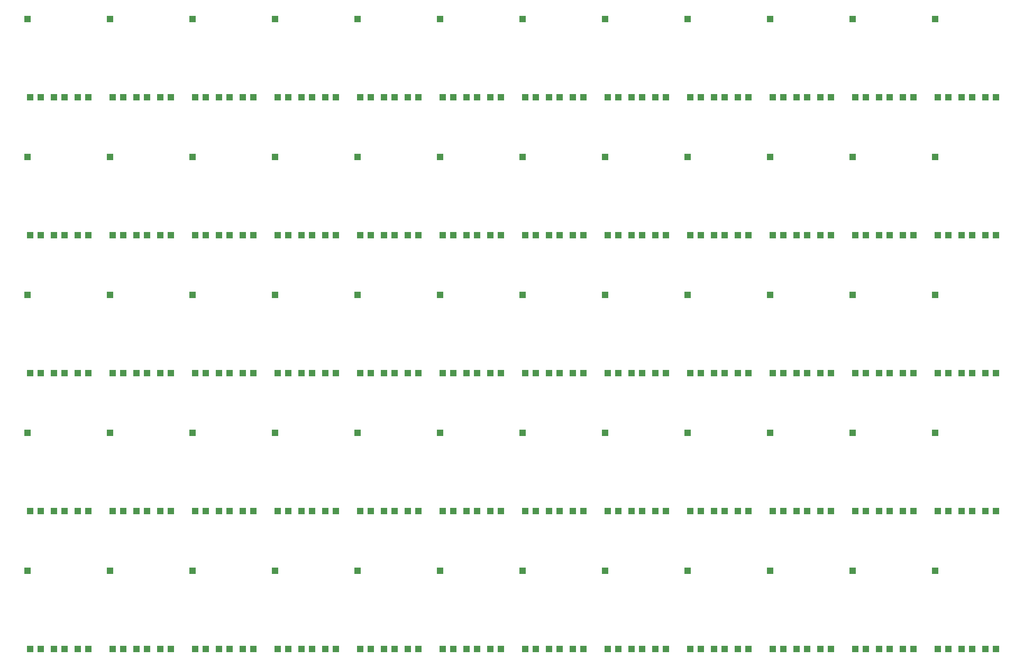
<source format=gtp>
G04 EAGLE Gerber RS-274X export*
G75*
%MOMM*%
%FSLAX34Y34*%
%LPD*%
%INSolderpaste Top*%
%IPPOS*%
%AMOC8*
5,1,8,0,0,1.08239X$1,22.5*%
G01*
%ADD10R,1.079500X1.079500*%
%ADD11R,1.100000X1.000000*%


D10*
X13018Y158433D03*
X145098Y158433D03*
X277178Y158433D03*
X409258Y158433D03*
X541338Y158433D03*
X673418Y158433D03*
X805498Y158433D03*
X937578Y158433D03*
X1069658Y158433D03*
X1201738Y158433D03*
X1333818Y158433D03*
X1465898Y158433D03*
X13018Y379413D03*
X145098Y379413D03*
X277178Y379413D03*
X409258Y379413D03*
X541338Y379413D03*
X673418Y379413D03*
X805498Y379413D03*
X937578Y379413D03*
X1069658Y379413D03*
X1201738Y379413D03*
X1333818Y379413D03*
X1465898Y379413D03*
X13018Y600393D03*
X145098Y600393D03*
X277178Y600393D03*
X409258Y600393D03*
X541338Y600393D03*
X673418Y600393D03*
X805498Y600393D03*
X937578Y600393D03*
X1069658Y600393D03*
X1201738Y600393D03*
X1333818Y600393D03*
X1465898Y600393D03*
X13018Y821373D03*
X145098Y821373D03*
X277178Y821373D03*
X409258Y821373D03*
X541338Y821373D03*
X673418Y821373D03*
X805498Y821373D03*
X937578Y821373D03*
X1069658Y821373D03*
X1201738Y821373D03*
X1333818Y821373D03*
X1465898Y821373D03*
X13018Y1042353D03*
X145098Y1042353D03*
X277178Y1042353D03*
X409258Y1042353D03*
X541338Y1042353D03*
X673418Y1042353D03*
X805498Y1042353D03*
X937578Y1042353D03*
X1069658Y1042353D03*
X1201738Y1042353D03*
X1333818Y1042353D03*
X1465898Y1042353D03*
D11*
X16900Y33020D03*
X33900Y33020D03*
X110100Y33020D03*
X93100Y33020D03*
X72000Y33020D03*
X55000Y33020D03*
X148980Y33020D03*
X165980Y33020D03*
X242180Y33020D03*
X225180Y33020D03*
X204080Y33020D03*
X187080Y33020D03*
X281060Y33020D03*
X298060Y33020D03*
X374260Y33020D03*
X357260Y33020D03*
X336160Y33020D03*
X319160Y33020D03*
X413140Y33020D03*
X430140Y33020D03*
X506340Y33020D03*
X489340Y33020D03*
X468240Y33020D03*
X451240Y33020D03*
X545220Y33020D03*
X562220Y33020D03*
X638420Y33020D03*
X621420Y33020D03*
X600320Y33020D03*
X583320Y33020D03*
X677300Y33020D03*
X694300Y33020D03*
X770500Y33020D03*
X753500Y33020D03*
X732400Y33020D03*
X715400Y33020D03*
X809380Y33020D03*
X826380Y33020D03*
X902580Y33020D03*
X885580Y33020D03*
X864480Y33020D03*
X847480Y33020D03*
X941460Y33020D03*
X958460Y33020D03*
X1034660Y33020D03*
X1017660Y33020D03*
X996560Y33020D03*
X979560Y33020D03*
X1073540Y33020D03*
X1090540Y33020D03*
X1166740Y33020D03*
X1149740Y33020D03*
X1128640Y33020D03*
X1111640Y33020D03*
X1205620Y33020D03*
X1222620Y33020D03*
X1298820Y33020D03*
X1281820Y33020D03*
X1260720Y33020D03*
X1243720Y33020D03*
X1337700Y33020D03*
X1354700Y33020D03*
X1430900Y33020D03*
X1413900Y33020D03*
X1392800Y33020D03*
X1375800Y33020D03*
X1469780Y33020D03*
X1486780Y33020D03*
X1562980Y33020D03*
X1545980Y33020D03*
X1524880Y33020D03*
X1507880Y33020D03*
X16900Y254000D03*
X33900Y254000D03*
X110100Y254000D03*
X93100Y254000D03*
X72000Y254000D03*
X55000Y254000D03*
X148980Y254000D03*
X165980Y254000D03*
X242180Y254000D03*
X225180Y254000D03*
X204080Y254000D03*
X187080Y254000D03*
X281060Y254000D03*
X298060Y254000D03*
X374260Y254000D03*
X357260Y254000D03*
X336160Y254000D03*
X319160Y254000D03*
X413140Y254000D03*
X430140Y254000D03*
X506340Y254000D03*
X489340Y254000D03*
X468240Y254000D03*
X451240Y254000D03*
X545220Y254000D03*
X562220Y254000D03*
X638420Y254000D03*
X621420Y254000D03*
X600320Y254000D03*
X583320Y254000D03*
X677300Y254000D03*
X694300Y254000D03*
X770500Y254000D03*
X753500Y254000D03*
X732400Y254000D03*
X715400Y254000D03*
X809380Y254000D03*
X826380Y254000D03*
X902580Y254000D03*
X885580Y254000D03*
X864480Y254000D03*
X847480Y254000D03*
X941460Y254000D03*
X958460Y254000D03*
X1034660Y254000D03*
X1017660Y254000D03*
X996560Y254000D03*
X979560Y254000D03*
X1073540Y254000D03*
X1090540Y254000D03*
X1166740Y254000D03*
X1149740Y254000D03*
X1128640Y254000D03*
X1111640Y254000D03*
X1205620Y254000D03*
X1222620Y254000D03*
X1298820Y254000D03*
X1281820Y254000D03*
X1260720Y254000D03*
X1243720Y254000D03*
X1337700Y254000D03*
X1354700Y254000D03*
X1430900Y254000D03*
X1413900Y254000D03*
X1392800Y254000D03*
X1375800Y254000D03*
X1469780Y254000D03*
X1486780Y254000D03*
X1562980Y254000D03*
X1545980Y254000D03*
X1524880Y254000D03*
X1507880Y254000D03*
X16900Y474980D03*
X33900Y474980D03*
X110100Y474980D03*
X93100Y474980D03*
X72000Y474980D03*
X55000Y474980D03*
X148980Y474980D03*
X165980Y474980D03*
X242180Y474980D03*
X225180Y474980D03*
X204080Y474980D03*
X187080Y474980D03*
X281060Y474980D03*
X298060Y474980D03*
X374260Y474980D03*
X357260Y474980D03*
X336160Y474980D03*
X319160Y474980D03*
X413140Y474980D03*
X430140Y474980D03*
X506340Y474980D03*
X489340Y474980D03*
X468240Y474980D03*
X451240Y474980D03*
X545220Y474980D03*
X562220Y474980D03*
X638420Y474980D03*
X621420Y474980D03*
X600320Y474980D03*
X583320Y474980D03*
X677300Y474980D03*
X694300Y474980D03*
X770500Y474980D03*
X753500Y474980D03*
X732400Y474980D03*
X715400Y474980D03*
X809380Y474980D03*
X826380Y474980D03*
X902580Y474980D03*
X885580Y474980D03*
X864480Y474980D03*
X847480Y474980D03*
X941460Y474980D03*
X958460Y474980D03*
X1034660Y474980D03*
X1017660Y474980D03*
X996560Y474980D03*
X979560Y474980D03*
X1073540Y474980D03*
X1090540Y474980D03*
X1166740Y474980D03*
X1149740Y474980D03*
X1128640Y474980D03*
X1111640Y474980D03*
X1205620Y474980D03*
X1222620Y474980D03*
X1298820Y474980D03*
X1281820Y474980D03*
X1260720Y474980D03*
X1243720Y474980D03*
X1337700Y474980D03*
X1354700Y474980D03*
X1430900Y474980D03*
X1413900Y474980D03*
X1392800Y474980D03*
X1375800Y474980D03*
X1469780Y474980D03*
X1486780Y474980D03*
X1562980Y474980D03*
X1545980Y474980D03*
X1524880Y474980D03*
X1507880Y474980D03*
X16900Y695960D03*
X33900Y695960D03*
X110100Y695960D03*
X93100Y695960D03*
X72000Y695960D03*
X55000Y695960D03*
X148980Y695960D03*
X165980Y695960D03*
X242180Y695960D03*
X225180Y695960D03*
X204080Y695960D03*
X187080Y695960D03*
X281060Y695960D03*
X298060Y695960D03*
X374260Y695960D03*
X357260Y695960D03*
X336160Y695960D03*
X319160Y695960D03*
X413140Y695960D03*
X430140Y695960D03*
X506340Y695960D03*
X489340Y695960D03*
X468240Y695960D03*
X451240Y695960D03*
X545220Y695960D03*
X562220Y695960D03*
X638420Y695960D03*
X621420Y695960D03*
X600320Y695960D03*
X583320Y695960D03*
X677300Y695960D03*
X694300Y695960D03*
X770500Y695960D03*
X753500Y695960D03*
X732400Y695960D03*
X715400Y695960D03*
X809380Y695960D03*
X826380Y695960D03*
X902580Y695960D03*
X885580Y695960D03*
X864480Y695960D03*
X847480Y695960D03*
X941460Y695960D03*
X958460Y695960D03*
X1034660Y695960D03*
X1017660Y695960D03*
X996560Y695960D03*
X979560Y695960D03*
X1073540Y695960D03*
X1090540Y695960D03*
X1166740Y695960D03*
X1149740Y695960D03*
X1128640Y695960D03*
X1111640Y695960D03*
X1205620Y695960D03*
X1222620Y695960D03*
X1298820Y695960D03*
X1281820Y695960D03*
X1260720Y695960D03*
X1243720Y695960D03*
X1337700Y695960D03*
X1354700Y695960D03*
X1430900Y695960D03*
X1413900Y695960D03*
X1392800Y695960D03*
X1375800Y695960D03*
X1469780Y695960D03*
X1486780Y695960D03*
X1562980Y695960D03*
X1545980Y695960D03*
X1524880Y695960D03*
X1507880Y695960D03*
X16900Y916940D03*
X33900Y916940D03*
X110100Y916940D03*
X93100Y916940D03*
X72000Y916940D03*
X55000Y916940D03*
X148980Y916940D03*
X165980Y916940D03*
X242180Y916940D03*
X225180Y916940D03*
X204080Y916940D03*
X187080Y916940D03*
X281060Y916940D03*
X298060Y916940D03*
X374260Y916940D03*
X357260Y916940D03*
X336160Y916940D03*
X319160Y916940D03*
X413140Y916940D03*
X430140Y916940D03*
X506340Y916940D03*
X489340Y916940D03*
X468240Y916940D03*
X451240Y916940D03*
X545220Y916940D03*
X562220Y916940D03*
X638420Y916940D03*
X621420Y916940D03*
X600320Y916940D03*
X583320Y916940D03*
X677300Y916940D03*
X694300Y916940D03*
X770500Y916940D03*
X753500Y916940D03*
X732400Y916940D03*
X715400Y916940D03*
X809380Y916940D03*
X826380Y916940D03*
X902580Y916940D03*
X885580Y916940D03*
X864480Y916940D03*
X847480Y916940D03*
X941460Y916940D03*
X958460Y916940D03*
X1034660Y916940D03*
X1017660Y916940D03*
X996560Y916940D03*
X979560Y916940D03*
X1073540Y916940D03*
X1090540Y916940D03*
X1166740Y916940D03*
X1149740Y916940D03*
X1128640Y916940D03*
X1111640Y916940D03*
X1205620Y916940D03*
X1222620Y916940D03*
X1298820Y916940D03*
X1281820Y916940D03*
X1260720Y916940D03*
X1243720Y916940D03*
X1337700Y916940D03*
X1354700Y916940D03*
X1430900Y916940D03*
X1413900Y916940D03*
X1392800Y916940D03*
X1375800Y916940D03*
X1469780Y916940D03*
X1486780Y916940D03*
X1562980Y916940D03*
X1545980Y916940D03*
X1524880Y916940D03*
X1507880Y916940D03*
M02*

</source>
